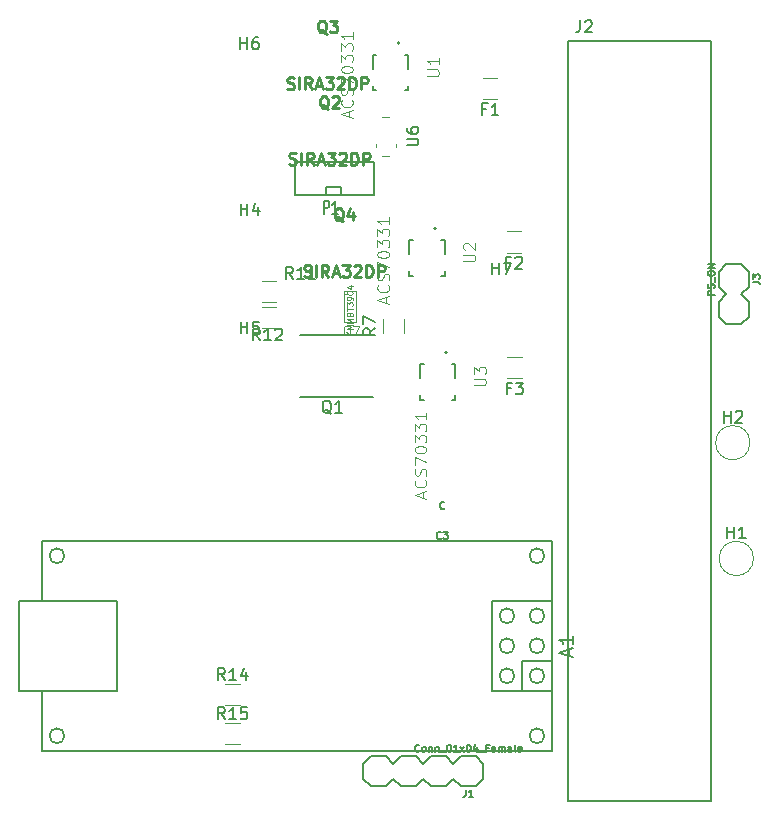
<source format=gbr>
G04 #@! TF.GenerationSoftware,KiCad,Pcbnew,(5.0.1)-rc2*
G04 #@! TF.CreationDate,2018-11-18T14:41:54-07:00*
G04 #@! TF.ProjectId,PowerSupply,506F776572537570706C792E6B696361,rev?*
G04 #@! TF.SameCoordinates,Original*
G04 #@! TF.FileFunction,Legend,Top*
G04 #@! TF.FilePolarity,Positive*
%FSLAX46Y46*%
G04 Gerber Fmt 4.6, Leading zero omitted, Abs format (unit mm)*
G04 Created by KiCad (PCBNEW (5.0.1)-rc2) date 11/18/2018 2:41:54 PM*
%MOMM*%
%LPD*%
G01*
G04 APERTURE LIST*
%ADD10C,0.150000*%
%ADD11C,0.203200*%
%ADD12C,0.120000*%
%ADD13C,0.152400*%
%ADD14C,0.078740*%
%ADD15C,0.127000*%
%ADD16C,0.250190*%
%ADD17C,0.251460*%
%ADD18C,0.050000*%
%ADD19C,0.119380*%
%ADD20C,0.099060*%
G04 APERTURE END LIST*
D10*
G04 #@! TO.C,J2*
X231980000Y-151800000D02*
X231980000Y-87480000D01*
X244040000Y-151800000D02*
X231980000Y-151800000D01*
X244040000Y-87480000D02*
X244040000Y-151800000D01*
X231980000Y-87480000D02*
X244040000Y-87480000D01*
G04 #@! TO.C,A1*
X187410000Y-147590000D02*
X230590000Y-147590000D01*
X230590000Y-129810000D02*
X187410000Y-129810000D01*
X230590000Y-147590000D02*
X230590000Y-129810000D01*
X225510000Y-134890000D02*
X225510000Y-142510000D01*
X230590000Y-134890000D02*
X225510000Y-134890000D01*
X225510000Y-142510000D02*
X230590000Y-142510000D01*
X228050000Y-139970000D02*
X230590000Y-139970000D01*
X228050000Y-142510000D02*
X228050000Y-139970000D01*
X229955000Y-146320000D02*
G75*
G03X229955000Y-146320000I-635000J0D01*
G01*
X229955000Y-131080000D02*
G75*
G03X229955000Y-131080000I-635000J0D01*
G01*
X189315000Y-146320000D02*
G75*
G03X189315000Y-146320000I-635000J0D01*
G01*
X189315000Y-131080000D02*
G75*
G03X189315000Y-131080000I-635000J0D01*
G01*
X229955000Y-141240000D02*
G75*
G03X229955000Y-141240000I-635000J0D01*
G01*
X227415000Y-141240000D02*
G75*
G03X227415000Y-141240000I-635000J0D01*
G01*
X227415000Y-138700000D02*
G75*
G03X227415000Y-138700000I-635000J0D01*
G01*
X227415000Y-136160000D02*
G75*
G03X227415000Y-136160000I-635000J0D01*
G01*
X229955000Y-136160000D02*
G75*
G03X229955000Y-136160000I-635000J0D01*
G01*
X229955000Y-138700000D02*
G75*
G03X229955000Y-138700000I-635000J0D01*
G01*
X193760000Y-142510000D02*
X185505000Y-142510000D01*
X193760000Y-134890000D02*
X193760000Y-142510000D01*
X185505000Y-134890000D02*
X193760000Y-134890000D01*
X185505000Y-142510000D02*
X185505000Y-134890000D01*
X187410000Y-147590000D02*
X187410000Y-142510000D01*
X187410000Y-134890000D02*
X187410000Y-129810000D01*
G04 #@! TO.C,Q1*
X215450000Y-117600000D02*
X209250000Y-117600000D01*
X214750000Y-112400000D02*
X209250000Y-112400000D01*
D11*
G04 #@! TO.C,J1*
X216515000Y-150570000D02*
X215245000Y-150570000D01*
X215245000Y-150570000D02*
X214610000Y-149935000D01*
X214610000Y-148665000D02*
X215245000Y-148030000D01*
X219690000Y-149935000D02*
X219055000Y-150570000D01*
X219055000Y-150570000D02*
X217785000Y-150570000D01*
X217785000Y-150570000D02*
X217150000Y-149935000D01*
X217150000Y-148665000D02*
X217785000Y-148030000D01*
X217785000Y-148030000D02*
X219055000Y-148030000D01*
X219055000Y-148030000D02*
X219690000Y-148665000D01*
X216515000Y-150570000D02*
X217150000Y-149935000D01*
X217150000Y-148665000D02*
X216515000Y-148030000D01*
X215245000Y-148030000D02*
X216515000Y-148030000D01*
X224135000Y-150570000D02*
X222865000Y-150570000D01*
X222865000Y-150570000D02*
X222230000Y-149935000D01*
X222230000Y-148665000D02*
X222865000Y-148030000D01*
X222230000Y-149935000D02*
X221595000Y-150570000D01*
X221595000Y-150570000D02*
X220325000Y-150570000D01*
X220325000Y-150570000D02*
X219690000Y-149935000D01*
X219690000Y-148665000D02*
X220325000Y-148030000D01*
X220325000Y-148030000D02*
X221595000Y-148030000D01*
X221595000Y-148030000D02*
X222230000Y-148665000D01*
X224770000Y-149935000D02*
X224770000Y-148665000D01*
X224135000Y-150570000D02*
X224770000Y-149935000D01*
X224770000Y-148665000D02*
X224135000Y-148030000D01*
X222865000Y-148030000D02*
X224135000Y-148030000D01*
X214610000Y-149935000D02*
X214610000Y-148665000D01*
G04 #@! TO.C,J3*
X247270000Y-107025000D02*
X247270000Y-108295000D01*
X247270000Y-108295000D02*
X246635000Y-108930000D01*
X245365000Y-108930000D02*
X244730000Y-108295000D01*
X246635000Y-108930000D02*
X247270000Y-109565000D01*
X247270000Y-109565000D02*
X247270000Y-110835000D01*
X247270000Y-110835000D02*
X246635000Y-111470000D01*
X245365000Y-111470000D02*
X244730000Y-110835000D01*
X244730000Y-110835000D02*
X244730000Y-109565000D01*
X244730000Y-109565000D02*
X245365000Y-108930000D01*
X246635000Y-106390000D02*
X245365000Y-106390000D01*
X247270000Y-107025000D02*
X246635000Y-106390000D01*
X245365000Y-106390000D02*
X244730000Y-107025000D01*
X244730000Y-108295000D02*
X244730000Y-107025000D01*
X246635000Y-111470000D02*
X245365000Y-111470000D01*
D12*
G04 #@! TO.C,R7*
X216320000Y-112250000D02*
X216320000Y-111050000D01*
X218080000Y-111050000D02*
X218080000Y-112250000D01*
G04 #@! TO.C,R11*
X207250000Y-109580000D02*
X206050000Y-109580000D01*
X206050000Y-107820000D02*
X207250000Y-107820000D01*
G04 #@! TO.C,R12*
X207250000Y-111780000D02*
X206050000Y-111780000D01*
X206050000Y-110020000D02*
X207250000Y-110020000D01*
G04 #@! TO.C,R14*
X204150000Y-143680000D02*
X202950000Y-143680000D01*
X202950000Y-141920000D02*
X204150000Y-141920000D01*
G04 #@! TO.C,R15*
X202950000Y-145220000D02*
X204150000Y-145220000D01*
X204150000Y-146980000D02*
X202950000Y-146980000D01*
D13*
G04 #@! TO.C,U1*
X218116000Y-88670000D02*
X218416000Y-88670000D01*
X218416000Y-88670000D02*
X218416000Y-89870000D01*
X218416000Y-91270000D02*
X218416000Y-91670000D01*
X218416000Y-91670000D02*
X218116000Y-91670000D01*
X215716000Y-88670000D02*
X215416000Y-88670000D01*
X215416000Y-88670000D02*
X215416000Y-89870000D01*
X215416000Y-91270000D02*
X215416000Y-91670000D01*
X215416000Y-91670000D02*
X215716000Y-91670000D01*
D10*
X217691000Y-87670000D02*
G75*
G03X217691000Y-87670000I-75000J0D01*
G01*
G04 #@! TO.C,U2*
X220775000Y-103350000D02*
G75*
G03X220775000Y-103350000I-75000J0D01*
G01*
D13*
X218500000Y-107350000D02*
X218800000Y-107350000D01*
X218500000Y-106950000D02*
X218500000Y-107350000D01*
X218500000Y-104350000D02*
X218500000Y-105550000D01*
X218800000Y-104350000D02*
X218500000Y-104350000D01*
X221500000Y-107350000D02*
X221200000Y-107350000D01*
X221500000Y-106950000D02*
X221500000Y-107350000D01*
X221500000Y-104350000D02*
X221500000Y-105550000D01*
X221200000Y-104350000D02*
X221500000Y-104350000D01*
D14*
G04 #@! TO.C,Q7*
X213308730Y-108823980D02*
G75*
G03X213308730Y-108823980I-159070J0D01*
G01*
X214008180Y-111270000D02*
X212992180Y-111270000D01*
X214008180Y-108666500D02*
X212992180Y-108666500D01*
X212992180Y-111270000D02*
X212992180Y-108666500D01*
X214008180Y-108666500D02*
X214008180Y-111270000D01*
D12*
G04 #@! TO.C,U6*
X217381000Y-96217500D02*
X217381000Y-96442500D01*
X215681000Y-96217500D02*
X215681000Y-96442500D01*
X216231000Y-97192500D02*
X216831000Y-97192500D01*
X216231000Y-93942500D02*
X216831000Y-93942500D01*
G04 #@! TO.C,H1*
X247650000Y-131300000D02*
G75*
G03X247650000Y-131300000I-1450000J0D01*
G01*
G04 #@! TO.C,H2*
X247350000Y-121500000D02*
G75*
G03X247350000Y-121500000I-1450000J0D01*
G01*
D13*
G04 #@! TO.C,U3*
X222116000Y-114848000D02*
X222416000Y-114848000D01*
X222416000Y-114848000D02*
X222416000Y-116048000D01*
X222416000Y-117448000D02*
X222416000Y-117848000D01*
X222416000Y-117848000D02*
X222116000Y-117848000D01*
X219716000Y-114848000D02*
X219416000Y-114848000D01*
X219416000Y-114848000D02*
X219416000Y-116048000D01*
X219416000Y-117448000D02*
X219416000Y-117848000D01*
X219416000Y-117848000D02*
X219716000Y-117848000D01*
D10*
X221691000Y-113848000D02*
G75*
G03X221691000Y-113848000I-75000J0D01*
G01*
D12*
G04 #@! TO.C,F1*
X225951064Y-92410000D02*
X224746936Y-92410000D01*
X225951064Y-90590000D02*
X224746936Y-90590000D01*
G04 #@! TO.C,F2*
X227951064Y-103590000D02*
X226746936Y-103590000D01*
X227951064Y-105410000D02*
X226746936Y-105410000D01*
G04 #@! TO.C,F3*
X228018064Y-116058000D02*
X226813936Y-116058000D01*
X228018064Y-114238000D02*
X226813936Y-114238000D01*
D15*
G04 #@! TO.C,P1*
X211464420Y-100497380D02*
X211464420Y-99862380D01*
X211464420Y-99862380D02*
X212734420Y-99862380D01*
X212734420Y-99862380D02*
X212734420Y-100497380D01*
X208797420Y-100497380D02*
X208797420Y-97703380D01*
X208797420Y-97703380D02*
X215528420Y-97703380D01*
X215528420Y-97703380D02*
X215528420Y-100497380D01*
X215528420Y-100497380D02*
X208797420Y-100497380D01*
G04 #@! TO.C,J2*
D10*
X232966666Y-85752380D02*
X232966666Y-86466666D01*
X232919047Y-86609523D01*
X232823809Y-86704761D01*
X232680952Y-86752380D01*
X232585714Y-86752380D01*
X233395238Y-85847619D02*
X233442857Y-85800000D01*
X233538095Y-85752380D01*
X233776190Y-85752380D01*
X233871428Y-85800000D01*
X233919047Y-85847619D01*
X233966666Y-85942857D01*
X233966666Y-86038095D01*
X233919047Y-86180952D01*
X233347619Y-86752380D01*
X233966666Y-86752380D01*
G04 #@! TO.C,A1*
X232060000Y-139557142D02*
X232060000Y-138985714D01*
X232402857Y-139671428D02*
X231202857Y-139271428D01*
X232402857Y-138871428D01*
X232402857Y-137842857D02*
X232402857Y-138528571D01*
X232402857Y-138185714D02*
X231202857Y-138185714D01*
X231374285Y-138300000D01*
X231488571Y-138414285D01*
X231545714Y-138528571D01*
G04 #@! TO.C,Q1*
X211904761Y-119047619D02*
X211809523Y-119000000D01*
X211714285Y-118904761D01*
X211571428Y-118761904D01*
X211476190Y-118714285D01*
X211380952Y-118714285D01*
X211428571Y-118952380D02*
X211333333Y-118904761D01*
X211238095Y-118809523D01*
X211190476Y-118619047D01*
X211190476Y-118285714D01*
X211238095Y-118095238D01*
X211333333Y-118000000D01*
X211428571Y-117952380D01*
X211619047Y-117952380D01*
X211714285Y-118000000D01*
X211809523Y-118095238D01*
X211857142Y-118285714D01*
X211857142Y-118619047D01*
X211809523Y-118809523D01*
X211714285Y-118904761D01*
X211619047Y-118952380D01*
X211428571Y-118952380D01*
X212809523Y-118952380D02*
X212238095Y-118952380D01*
X212523809Y-118952380D02*
X212523809Y-117952380D01*
X212428571Y-118095238D01*
X212333333Y-118190476D01*
X212238095Y-118238095D01*
G04 #@! TO.C,C3*
D15*
X221199240Y-129587714D02*
X221170211Y-129616742D01*
X221083125Y-129645771D01*
X221025068Y-129645771D01*
X220937982Y-129616742D01*
X220879925Y-129558685D01*
X220850897Y-129500628D01*
X220821868Y-129384514D01*
X220821868Y-129297428D01*
X220850897Y-129181314D01*
X220879925Y-129123257D01*
X220937982Y-129065200D01*
X221025068Y-129036171D01*
X221083125Y-129036171D01*
X221170211Y-129065200D01*
X221199240Y-129094228D01*
X221402440Y-129036171D02*
X221779811Y-129036171D01*
X221576611Y-129268400D01*
X221663697Y-129268400D01*
X221721754Y-129297428D01*
X221750782Y-129326457D01*
X221779811Y-129384514D01*
X221779811Y-129529657D01*
X221750782Y-129587714D01*
X221721754Y-129616742D01*
X221663697Y-129645771D01*
X221489525Y-129645771D01*
X221431468Y-129616742D01*
X221402440Y-129587714D01*
X221489525Y-127047714D02*
X221460497Y-127076742D01*
X221373411Y-127105771D01*
X221315354Y-127105771D01*
X221228268Y-127076742D01*
X221170211Y-127018685D01*
X221141182Y-126960628D01*
X221112154Y-126844514D01*
X221112154Y-126757428D01*
X221141182Y-126641314D01*
X221170211Y-126583257D01*
X221228268Y-126525200D01*
X221315354Y-126496171D01*
X221373411Y-126496171D01*
X221460497Y-126525200D01*
X221489525Y-126554228D01*
G04 #@! TO.C,J1*
X223296800Y-150871171D02*
X223296800Y-151306600D01*
X223267771Y-151393685D01*
X223209714Y-151451742D01*
X223122628Y-151480771D01*
X223064571Y-151480771D01*
X223906400Y-151480771D02*
X223558057Y-151480771D01*
X223732228Y-151480771D02*
X223732228Y-150871171D01*
X223674171Y-150958257D01*
X223616114Y-151016314D01*
X223558057Y-151045342D01*
X219363428Y-147612714D02*
X219334400Y-147641742D01*
X219247314Y-147670771D01*
X219189257Y-147670771D01*
X219102171Y-147641742D01*
X219044114Y-147583685D01*
X219015085Y-147525628D01*
X218986057Y-147409514D01*
X218986057Y-147322428D01*
X219015085Y-147206314D01*
X219044114Y-147148257D01*
X219102171Y-147090200D01*
X219189257Y-147061171D01*
X219247314Y-147061171D01*
X219334400Y-147090200D01*
X219363428Y-147119228D01*
X219711771Y-147670771D02*
X219653714Y-147641742D01*
X219624685Y-147612714D01*
X219595657Y-147554657D01*
X219595657Y-147380485D01*
X219624685Y-147322428D01*
X219653714Y-147293400D01*
X219711771Y-147264371D01*
X219798857Y-147264371D01*
X219856914Y-147293400D01*
X219885942Y-147322428D01*
X219914971Y-147380485D01*
X219914971Y-147554657D01*
X219885942Y-147612714D01*
X219856914Y-147641742D01*
X219798857Y-147670771D01*
X219711771Y-147670771D01*
X220176228Y-147264371D02*
X220176228Y-147670771D01*
X220176228Y-147322428D02*
X220205257Y-147293400D01*
X220263314Y-147264371D01*
X220350400Y-147264371D01*
X220408457Y-147293400D01*
X220437485Y-147351457D01*
X220437485Y-147670771D01*
X220727771Y-147264371D02*
X220727771Y-147670771D01*
X220727771Y-147322428D02*
X220756800Y-147293400D01*
X220814857Y-147264371D01*
X220901942Y-147264371D01*
X220960000Y-147293400D01*
X220989028Y-147351457D01*
X220989028Y-147670771D01*
X221134171Y-147728828D02*
X221598628Y-147728828D01*
X221859885Y-147061171D02*
X221917942Y-147061171D01*
X221976000Y-147090200D01*
X222005028Y-147119228D01*
X222034057Y-147177285D01*
X222063085Y-147293400D01*
X222063085Y-147438542D01*
X222034057Y-147554657D01*
X222005028Y-147612714D01*
X221976000Y-147641742D01*
X221917942Y-147670771D01*
X221859885Y-147670771D01*
X221801828Y-147641742D01*
X221772800Y-147612714D01*
X221743771Y-147554657D01*
X221714742Y-147438542D01*
X221714742Y-147293400D01*
X221743771Y-147177285D01*
X221772800Y-147119228D01*
X221801828Y-147090200D01*
X221859885Y-147061171D01*
X222643657Y-147670771D02*
X222295314Y-147670771D01*
X222469485Y-147670771D02*
X222469485Y-147061171D01*
X222411428Y-147148257D01*
X222353371Y-147206314D01*
X222295314Y-147235342D01*
X222846857Y-147670771D02*
X223166171Y-147264371D01*
X222846857Y-147264371D02*
X223166171Y-147670771D01*
X223514514Y-147061171D02*
X223572571Y-147061171D01*
X223630628Y-147090200D01*
X223659657Y-147119228D01*
X223688685Y-147177285D01*
X223717714Y-147293400D01*
X223717714Y-147438542D01*
X223688685Y-147554657D01*
X223659657Y-147612714D01*
X223630628Y-147641742D01*
X223572571Y-147670771D01*
X223514514Y-147670771D01*
X223456457Y-147641742D01*
X223427428Y-147612714D01*
X223398400Y-147554657D01*
X223369371Y-147438542D01*
X223369371Y-147293400D01*
X223398400Y-147177285D01*
X223427428Y-147119228D01*
X223456457Y-147090200D01*
X223514514Y-147061171D01*
X224240228Y-147264371D02*
X224240228Y-147670771D01*
X224095085Y-147032142D02*
X223949942Y-147467571D01*
X224327314Y-147467571D01*
X224414400Y-147728828D02*
X224878857Y-147728828D01*
X225227200Y-147351457D02*
X225024000Y-147351457D01*
X225024000Y-147670771D02*
X225024000Y-147061171D01*
X225314285Y-147061171D01*
X225778742Y-147641742D02*
X225720685Y-147670771D01*
X225604571Y-147670771D01*
X225546514Y-147641742D01*
X225517485Y-147583685D01*
X225517485Y-147351457D01*
X225546514Y-147293400D01*
X225604571Y-147264371D01*
X225720685Y-147264371D01*
X225778742Y-147293400D01*
X225807771Y-147351457D01*
X225807771Y-147409514D01*
X225517485Y-147467571D01*
X226069028Y-147670771D02*
X226069028Y-147264371D01*
X226069028Y-147322428D02*
X226098057Y-147293400D01*
X226156114Y-147264371D01*
X226243200Y-147264371D01*
X226301257Y-147293400D01*
X226330285Y-147351457D01*
X226330285Y-147670771D01*
X226330285Y-147351457D02*
X226359314Y-147293400D01*
X226417371Y-147264371D01*
X226504457Y-147264371D01*
X226562514Y-147293400D01*
X226591542Y-147351457D01*
X226591542Y-147670771D01*
X227143085Y-147670771D02*
X227143085Y-147351457D01*
X227114057Y-147293400D01*
X227056000Y-147264371D01*
X226939885Y-147264371D01*
X226881828Y-147293400D01*
X227143085Y-147641742D02*
X227085028Y-147670771D01*
X226939885Y-147670771D01*
X226881828Y-147641742D01*
X226852800Y-147583685D01*
X226852800Y-147525628D01*
X226881828Y-147467571D01*
X226939885Y-147438542D01*
X227085028Y-147438542D01*
X227143085Y-147409514D01*
X227520457Y-147670771D02*
X227462400Y-147641742D01*
X227433371Y-147583685D01*
X227433371Y-147061171D01*
X227984914Y-147641742D02*
X227926857Y-147670771D01*
X227810742Y-147670771D01*
X227752685Y-147641742D01*
X227723657Y-147583685D01*
X227723657Y-147351457D01*
X227752685Y-147293400D01*
X227810742Y-147264371D01*
X227926857Y-147264371D01*
X227984914Y-147293400D01*
X228013942Y-147351457D01*
X228013942Y-147409514D01*
X227723657Y-147467571D01*
G04 #@! TO.C,J3*
X247571171Y-107863200D02*
X248006600Y-107863200D01*
X248093685Y-107892228D01*
X248151742Y-107950285D01*
X248180771Y-108037371D01*
X248180771Y-108095428D01*
X247571171Y-107630971D02*
X247571171Y-107253600D01*
X247803400Y-107456800D01*
X247803400Y-107369714D01*
X247832428Y-107311657D01*
X247861457Y-107282628D01*
X247919514Y-107253600D01*
X248064657Y-107253600D01*
X248122714Y-107282628D01*
X248151742Y-107311657D01*
X248180771Y-107369714D01*
X248180771Y-107543885D01*
X248151742Y-107601942D01*
X248122714Y-107630971D01*
X244370771Y-108980800D02*
X243761171Y-108980800D01*
X243761171Y-108748571D01*
X243790200Y-108690514D01*
X243819228Y-108661485D01*
X243877285Y-108632457D01*
X243964371Y-108632457D01*
X244022428Y-108661485D01*
X244051457Y-108690514D01*
X244080485Y-108748571D01*
X244080485Y-108980800D01*
X244341742Y-108400228D02*
X244370771Y-108313142D01*
X244370771Y-108168000D01*
X244341742Y-108109942D01*
X244312714Y-108080914D01*
X244254657Y-108051885D01*
X244196600Y-108051885D01*
X244138542Y-108080914D01*
X244109514Y-108109942D01*
X244080485Y-108168000D01*
X244051457Y-108284114D01*
X244022428Y-108342171D01*
X243993400Y-108371200D01*
X243935342Y-108400228D01*
X243877285Y-108400228D01*
X243819228Y-108371200D01*
X243790200Y-108342171D01*
X243761171Y-108284114D01*
X243761171Y-108138971D01*
X243790200Y-108051885D01*
X244428828Y-107935771D02*
X244428828Y-107471314D01*
X243761171Y-107210057D02*
X243761171Y-107093942D01*
X243790200Y-107035885D01*
X243848257Y-106977828D01*
X243964371Y-106948800D01*
X244167571Y-106948800D01*
X244283685Y-106977828D01*
X244341742Y-107035885D01*
X244370771Y-107093942D01*
X244370771Y-107210057D01*
X244341742Y-107268114D01*
X244283685Y-107326171D01*
X244167571Y-107355200D01*
X243964371Y-107355200D01*
X243848257Y-107326171D01*
X243790200Y-107268114D01*
X243761171Y-107210057D01*
X244370771Y-106687542D02*
X243761171Y-106687542D01*
X244370771Y-106339200D01*
X243761171Y-106339200D01*
G04 #@! TO.C,Q2*
D16*
X211667029Y-93252955D02*
X211571719Y-93205300D01*
X211476408Y-93109989D01*
X211333442Y-92967023D01*
X211238132Y-92919368D01*
X211142821Y-92919368D01*
X211190477Y-93157644D02*
X211095166Y-93109989D01*
X210999856Y-93014679D01*
X210952200Y-92824058D01*
X210952200Y-92490471D01*
X210999856Y-92299850D01*
X211095166Y-92204540D01*
X211190477Y-92156884D01*
X211381098Y-92156884D01*
X211476408Y-92204540D01*
X211571719Y-92299850D01*
X211619374Y-92490471D01*
X211619374Y-92824058D01*
X211571719Y-93014679D01*
X211476408Y-93109989D01*
X211381098Y-93157644D01*
X211190477Y-93157644D01*
X212000616Y-92252195D02*
X212048271Y-92204540D01*
X212143581Y-92156884D01*
X212381858Y-92156884D01*
X212477168Y-92204540D01*
X212524823Y-92252195D01*
X212572479Y-92347505D01*
X212572479Y-92442816D01*
X212524823Y-92585781D01*
X211952960Y-93157644D01*
X212572479Y-93157644D01*
D17*
D16*
X208354990Y-97910589D02*
X208497956Y-97958244D01*
X208736232Y-97958244D01*
X208831542Y-97910589D01*
X208879198Y-97862934D01*
X208926853Y-97767623D01*
X208926853Y-97672313D01*
X208879198Y-97577002D01*
X208831542Y-97529347D01*
X208736232Y-97481692D01*
X208545611Y-97434037D01*
X208450300Y-97386381D01*
X208402645Y-97338726D01*
X208354990Y-97243416D01*
X208354990Y-97148105D01*
X208402645Y-97052795D01*
X208450300Y-97005140D01*
X208545611Y-96957484D01*
X208783887Y-96957484D01*
X208926853Y-97005140D01*
X209355750Y-97958244D02*
X209355750Y-96957484D01*
X210404165Y-97958244D02*
X210070579Y-97481692D01*
X209832302Y-97958244D02*
X209832302Y-96957484D01*
X210213544Y-96957484D01*
X210308855Y-97005140D01*
X210356510Y-97052795D01*
X210404165Y-97148105D01*
X210404165Y-97291071D01*
X210356510Y-97386381D01*
X210308855Y-97434037D01*
X210213544Y-97481692D01*
X209832302Y-97481692D01*
X210785407Y-97672313D02*
X211261960Y-97672313D01*
X210690097Y-97958244D02*
X211023683Y-96957484D01*
X211357270Y-97958244D01*
X211595546Y-96957484D02*
X212215064Y-96957484D01*
X211881478Y-97338726D01*
X212024443Y-97338726D01*
X212119754Y-97386381D01*
X212167409Y-97434037D01*
X212215064Y-97529347D01*
X212215064Y-97767623D01*
X212167409Y-97862934D01*
X212119754Y-97910589D01*
X212024443Y-97958244D01*
X211738512Y-97958244D01*
X211643201Y-97910589D01*
X211595546Y-97862934D01*
X212596306Y-97052795D02*
X212643961Y-97005140D01*
X212739272Y-96957484D01*
X212977548Y-96957484D01*
X213072859Y-97005140D01*
X213120514Y-97052795D01*
X213168169Y-97148105D01*
X213168169Y-97243416D01*
X213120514Y-97386381D01*
X212548651Y-97958244D01*
X213168169Y-97958244D01*
X213597066Y-97958244D02*
X213597066Y-96957484D01*
X213835342Y-96957484D01*
X213978308Y-97005140D01*
X214073619Y-97100450D01*
X214121274Y-97195760D01*
X214168929Y-97386381D01*
X214168929Y-97529347D01*
X214121274Y-97719968D01*
X214073619Y-97815279D01*
X213978308Y-97910589D01*
X213835342Y-97958244D01*
X213597066Y-97958244D01*
X214597826Y-97958244D02*
X214597826Y-96957484D01*
X214979068Y-96957484D01*
X215074379Y-97005140D01*
X215122034Y-97052795D01*
X215169689Y-97148105D01*
X215169689Y-97291071D01*
X215122034Y-97386381D01*
X215074379Y-97434037D01*
X214979068Y-97481692D01*
X214597826Y-97481692D01*
D17*
G04 #@! TO.C,Q3*
D16*
X211504689Y-86856955D02*
X211409379Y-86809300D01*
X211314068Y-86713989D01*
X211171102Y-86571023D01*
X211075792Y-86523368D01*
X210980481Y-86523368D01*
X211028137Y-86761644D02*
X210932826Y-86713989D01*
X210837516Y-86618679D01*
X210789860Y-86428058D01*
X210789860Y-86094471D01*
X210837516Y-85903850D01*
X210932826Y-85808540D01*
X211028137Y-85760884D01*
X211218758Y-85760884D01*
X211314068Y-85808540D01*
X211409379Y-85903850D01*
X211457034Y-86094471D01*
X211457034Y-86428058D01*
X211409379Y-86618679D01*
X211314068Y-86713989D01*
X211218758Y-86761644D01*
X211028137Y-86761644D01*
X211790620Y-85760884D02*
X212410139Y-85760884D01*
X212076552Y-86142126D01*
X212219518Y-86142126D01*
X212314828Y-86189781D01*
X212362483Y-86237437D01*
X212410139Y-86332747D01*
X212410139Y-86571023D01*
X212362483Y-86666334D01*
X212314828Y-86713989D01*
X212219518Y-86761644D01*
X211933586Y-86761644D01*
X211838276Y-86713989D01*
X211790620Y-86666334D01*
D17*
D16*
X208192650Y-91514589D02*
X208335616Y-91562244D01*
X208573892Y-91562244D01*
X208669202Y-91514589D01*
X208716858Y-91466934D01*
X208764513Y-91371623D01*
X208764513Y-91276313D01*
X208716858Y-91181002D01*
X208669202Y-91133347D01*
X208573892Y-91085692D01*
X208383271Y-91038037D01*
X208287960Y-90990381D01*
X208240305Y-90942726D01*
X208192650Y-90847416D01*
X208192650Y-90752105D01*
X208240305Y-90656795D01*
X208287960Y-90609140D01*
X208383271Y-90561484D01*
X208621547Y-90561484D01*
X208764513Y-90609140D01*
X209193410Y-91562244D02*
X209193410Y-90561484D01*
X210241825Y-91562244D02*
X209908239Y-91085692D01*
X209669962Y-91562244D02*
X209669962Y-90561484D01*
X210051204Y-90561484D01*
X210146515Y-90609140D01*
X210194170Y-90656795D01*
X210241825Y-90752105D01*
X210241825Y-90895071D01*
X210194170Y-90990381D01*
X210146515Y-91038037D01*
X210051204Y-91085692D01*
X209669962Y-91085692D01*
X210623067Y-91276313D02*
X211099620Y-91276313D01*
X210527757Y-91562244D02*
X210861343Y-90561484D01*
X211194930Y-91562244D01*
X211433206Y-90561484D02*
X212052724Y-90561484D01*
X211719138Y-90942726D01*
X211862103Y-90942726D01*
X211957414Y-90990381D01*
X212005069Y-91038037D01*
X212052724Y-91133347D01*
X212052724Y-91371623D01*
X212005069Y-91466934D01*
X211957414Y-91514589D01*
X211862103Y-91562244D01*
X211576172Y-91562244D01*
X211480861Y-91514589D01*
X211433206Y-91466934D01*
X212433966Y-90656795D02*
X212481621Y-90609140D01*
X212576932Y-90561484D01*
X212815208Y-90561484D01*
X212910519Y-90609140D01*
X212958174Y-90656795D01*
X213005829Y-90752105D01*
X213005829Y-90847416D01*
X212958174Y-90990381D01*
X212386311Y-91562244D01*
X213005829Y-91562244D01*
X213434726Y-91562244D02*
X213434726Y-90561484D01*
X213673002Y-90561484D01*
X213815968Y-90609140D01*
X213911279Y-90704450D01*
X213958934Y-90799760D01*
X214006589Y-90990381D01*
X214006589Y-91133347D01*
X213958934Y-91323968D01*
X213911279Y-91419279D01*
X213815968Y-91514589D01*
X213673002Y-91562244D01*
X213434726Y-91562244D01*
X214435486Y-91562244D02*
X214435486Y-90561484D01*
X214816728Y-90561484D01*
X214912039Y-90609140D01*
X214959694Y-90656795D01*
X215007349Y-90752105D01*
X215007349Y-90895071D01*
X214959694Y-90990381D01*
X214912039Y-91038037D01*
X214816728Y-91085692D01*
X214435486Y-91085692D01*
D17*
G04 #@! TO.C,Q4*
D16*
X212923029Y-102756955D02*
X212827719Y-102709300D01*
X212732408Y-102613989D01*
X212589442Y-102471023D01*
X212494132Y-102423368D01*
X212398821Y-102423368D01*
X212446477Y-102661644D02*
X212351166Y-102613989D01*
X212255856Y-102518679D01*
X212208200Y-102328058D01*
X212208200Y-101994471D01*
X212255856Y-101803850D01*
X212351166Y-101708540D01*
X212446477Y-101660884D01*
X212637098Y-101660884D01*
X212732408Y-101708540D01*
X212827719Y-101803850D01*
X212875374Y-101994471D01*
X212875374Y-102328058D01*
X212827719Y-102518679D01*
X212732408Y-102613989D01*
X212637098Y-102661644D01*
X212446477Y-102661644D01*
X213733168Y-101994471D02*
X213733168Y-102661644D01*
X213494892Y-101613229D02*
X213256616Y-102328058D01*
X213876134Y-102328058D01*
D17*
D16*
X209610990Y-107414589D02*
X209753956Y-107462244D01*
X209992232Y-107462244D01*
X210087542Y-107414589D01*
X210135198Y-107366934D01*
X210182853Y-107271623D01*
X210182853Y-107176313D01*
X210135198Y-107081002D01*
X210087542Y-107033347D01*
X209992232Y-106985692D01*
X209801611Y-106938037D01*
X209706300Y-106890381D01*
X209658645Y-106842726D01*
X209610990Y-106747416D01*
X209610990Y-106652105D01*
X209658645Y-106556795D01*
X209706300Y-106509140D01*
X209801611Y-106461484D01*
X210039887Y-106461484D01*
X210182853Y-106509140D01*
X210611750Y-107462244D02*
X210611750Y-106461484D01*
X211660165Y-107462244D02*
X211326579Y-106985692D01*
X211088302Y-107462244D02*
X211088302Y-106461484D01*
X211469544Y-106461484D01*
X211564855Y-106509140D01*
X211612510Y-106556795D01*
X211660165Y-106652105D01*
X211660165Y-106795071D01*
X211612510Y-106890381D01*
X211564855Y-106938037D01*
X211469544Y-106985692D01*
X211088302Y-106985692D01*
X212041407Y-107176313D02*
X212517960Y-107176313D01*
X211946097Y-107462244D02*
X212279683Y-106461484D01*
X212613270Y-107462244D01*
X212851546Y-106461484D02*
X213471064Y-106461484D01*
X213137478Y-106842726D01*
X213280443Y-106842726D01*
X213375754Y-106890381D01*
X213423409Y-106938037D01*
X213471064Y-107033347D01*
X213471064Y-107271623D01*
X213423409Y-107366934D01*
X213375754Y-107414589D01*
X213280443Y-107462244D01*
X212994512Y-107462244D01*
X212899201Y-107414589D01*
X212851546Y-107366934D01*
X213852306Y-106556795D02*
X213899961Y-106509140D01*
X213995272Y-106461484D01*
X214233548Y-106461484D01*
X214328859Y-106509140D01*
X214376514Y-106556795D01*
X214424169Y-106652105D01*
X214424169Y-106747416D01*
X214376514Y-106890381D01*
X213804651Y-107462244D01*
X214424169Y-107462244D01*
X214853066Y-107462244D02*
X214853066Y-106461484D01*
X215091342Y-106461484D01*
X215234308Y-106509140D01*
X215329619Y-106604450D01*
X215377274Y-106699760D01*
X215424929Y-106890381D01*
X215424929Y-107033347D01*
X215377274Y-107223968D01*
X215329619Y-107319279D01*
X215234308Y-107414589D01*
X215091342Y-107462244D01*
X214853066Y-107462244D01*
X215853826Y-107462244D02*
X215853826Y-106461484D01*
X216235068Y-106461484D01*
X216330379Y-106509140D01*
X216378034Y-106556795D01*
X216425689Y-106652105D01*
X216425689Y-106795071D01*
X216378034Y-106890381D01*
X216330379Y-106938037D01*
X216235068Y-106985692D01*
X215853826Y-106985692D01*
D17*
G04 #@! TO.C,R7*
D10*
X215620380Y-111816666D02*
X215144190Y-112150000D01*
X215620380Y-112388095D02*
X214620380Y-112388095D01*
X214620380Y-112007142D01*
X214668000Y-111911904D01*
X214715619Y-111864285D01*
X214810857Y-111816666D01*
X214953714Y-111816666D01*
X215048952Y-111864285D01*
X215096571Y-111911904D01*
X215144190Y-112007142D01*
X215144190Y-112388095D01*
X214620380Y-111483333D02*
X214620380Y-110816666D01*
X215620380Y-111245238D01*
G04 #@! TO.C,R11*
X208657142Y-107628380D02*
X208323809Y-107152190D01*
X208085714Y-107628380D02*
X208085714Y-106628380D01*
X208466666Y-106628380D01*
X208561904Y-106676000D01*
X208609523Y-106723619D01*
X208657142Y-106818857D01*
X208657142Y-106961714D01*
X208609523Y-107056952D01*
X208561904Y-107104571D01*
X208466666Y-107152190D01*
X208085714Y-107152190D01*
X209609523Y-107628380D02*
X209038095Y-107628380D01*
X209323809Y-107628380D02*
X209323809Y-106628380D01*
X209228571Y-106771238D01*
X209133333Y-106866476D01*
X209038095Y-106914095D01*
X210561904Y-107628380D02*
X209990476Y-107628380D01*
X210276190Y-107628380D02*
X210276190Y-106628380D01*
X210180952Y-106771238D01*
X210085714Y-106866476D01*
X209990476Y-106914095D01*
G04 #@! TO.C,R12*
X205842143Y-112842381D02*
X205508810Y-112366191D01*
X205270715Y-112842381D02*
X205270715Y-111842381D01*
X205651667Y-111842381D01*
X205746905Y-111890001D01*
X205794524Y-111937620D01*
X205842143Y-112032858D01*
X205842143Y-112175715D01*
X205794524Y-112270953D01*
X205746905Y-112318572D01*
X205651667Y-112366191D01*
X205270715Y-112366191D01*
X206794524Y-112842381D02*
X206223096Y-112842381D01*
X206508810Y-112842381D02*
X206508810Y-111842381D01*
X206413572Y-111985239D01*
X206318334Y-112080477D01*
X206223096Y-112128096D01*
X207175477Y-111937620D02*
X207223096Y-111890001D01*
X207318334Y-111842381D01*
X207556429Y-111842381D01*
X207651667Y-111890001D01*
X207699286Y-111937620D01*
X207746905Y-112032858D01*
X207746905Y-112128096D01*
X207699286Y-112270953D01*
X207127858Y-112842381D01*
X207746905Y-112842381D01*
G04 #@! TO.C,R14*
X202907142Y-141602380D02*
X202573809Y-141126190D01*
X202335714Y-141602380D02*
X202335714Y-140602380D01*
X202716666Y-140602380D01*
X202811904Y-140650000D01*
X202859523Y-140697619D01*
X202907142Y-140792857D01*
X202907142Y-140935714D01*
X202859523Y-141030952D01*
X202811904Y-141078571D01*
X202716666Y-141126190D01*
X202335714Y-141126190D01*
X203859523Y-141602380D02*
X203288095Y-141602380D01*
X203573809Y-141602380D02*
X203573809Y-140602380D01*
X203478571Y-140745238D01*
X203383333Y-140840476D01*
X203288095Y-140888095D01*
X204716666Y-140935714D02*
X204716666Y-141602380D01*
X204478571Y-140554761D02*
X204240476Y-141269047D01*
X204859523Y-141269047D01*
G04 #@! TO.C,R15*
X202907142Y-144902380D02*
X202573809Y-144426190D01*
X202335714Y-144902380D02*
X202335714Y-143902380D01*
X202716666Y-143902380D01*
X202811904Y-143950000D01*
X202859523Y-143997619D01*
X202907142Y-144092857D01*
X202907142Y-144235714D01*
X202859523Y-144330952D01*
X202811904Y-144378571D01*
X202716666Y-144426190D01*
X202335714Y-144426190D01*
X203859523Y-144902380D02*
X203288095Y-144902380D01*
X203573809Y-144902380D02*
X203573809Y-143902380D01*
X203478571Y-144045238D01*
X203383333Y-144140476D01*
X203288095Y-144188095D01*
X204764285Y-143902380D02*
X204288095Y-143902380D01*
X204240476Y-144378571D01*
X204288095Y-144330952D01*
X204383333Y-144283333D01*
X204621428Y-144283333D01*
X204716666Y-144330952D01*
X204764285Y-144378571D01*
X204811904Y-144473809D01*
X204811904Y-144711904D01*
X204764285Y-144807142D01*
X204716666Y-144854761D01*
X204621428Y-144902380D01*
X204383333Y-144902380D01*
X204288095Y-144854761D01*
X204240476Y-144807142D01*
G04 #@! TO.C,U1*
D18*
X220008851Y-90472443D02*
X220819808Y-90472443D01*
X220915215Y-90424740D01*
X220962918Y-90377036D01*
X221010621Y-90281630D01*
X221010621Y-90090816D01*
X220962918Y-89995410D01*
X220915215Y-89947706D01*
X220819808Y-89900003D01*
X220008851Y-89900003D01*
X221010621Y-88898233D02*
X221010621Y-89470673D01*
X221010621Y-89184453D02*
X220008851Y-89184453D01*
X220151961Y-89279860D01*
X220247368Y-89375266D01*
X220295071Y-89470673D01*
X213441111Y-93947363D02*
X213441111Y-93470272D01*
X213727365Y-94042781D02*
X212725475Y-93708817D01*
X213727365Y-93374854D01*
X213631947Y-92468382D02*
X213679656Y-92516091D01*
X213727365Y-92659218D01*
X213727365Y-92754636D01*
X213679656Y-92897764D01*
X213584238Y-92993182D01*
X213488820Y-93040891D01*
X213297984Y-93088600D01*
X213154857Y-93088600D01*
X212964021Y-93040891D01*
X212868603Y-92993182D01*
X212773185Y-92897764D01*
X212725475Y-92754636D01*
X212725475Y-92659218D01*
X212773185Y-92516091D01*
X212820894Y-92468382D01*
X213679656Y-92086710D02*
X213727365Y-91943583D01*
X213727365Y-91705037D01*
X213679656Y-91609619D01*
X213631947Y-91561910D01*
X213536529Y-91514201D01*
X213441111Y-91514201D01*
X213345693Y-91561910D01*
X213297984Y-91609619D01*
X213250275Y-91705037D01*
X213202566Y-91895874D01*
X213154857Y-91991292D01*
X213107148Y-92039001D01*
X213011730Y-92086710D01*
X212916312Y-92086710D01*
X212820894Y-92039001D01*
X212773185Y-91991292D01*
X212725475Y-91895874D01*
X212725475Y-91657328D01*
X212773185Y-91514201D01*
X212725475Y-91180238D02*
X212725475Y-90512311D01*
X213727365Y-90941693D01*
X212725475Y-89939803D02*
X212725475Y-89844385D01*
X212773185Y-89748966D01*
X212820894Y-89701257D01*
X212916312Y-89653548D01*
X213107148Y-89605839D01*
X213345693Y-89605839D01*
X213536529Y-89653548D01*
X213631947Y-89701257D01*
X213679656Y-89748966D01*
X213727365Y-89844385D01*
X213727365Y-89939803D01*
X213679656Y-90035221D01*
X213631947Y-90082930D01*
X213536529Y-90130639D01*
X213345693Y-90178348D01*
X213107148Y-90178348D01*
X212916312Y-90130639D01*
X212820894Y-90082930D01*
X212773185Y-90035221D01*
X212725475Y-89939803D01*
X212725475Y-89271876D02*
X212725475Y-88651658D01*
X213107148Y-88985622D01*
X213107148Y-88842495D01*
X213154857Y-88747076D01*
X213202566Y-88699367D01*
X213297984Y-88651658D01*
X213536529Y-88651658D01*
X213631947Y-88699367D01*
X213679656Y-88747076D01*
X213727365Y-88842495D01*
X213727365Y-89128749D01*
X213679656Y-89224167D01*
X213631947Y-89271876D01*
X212725475Y-88317695D02*
X212725475Y-87697477D01*
X213107148Y-88031441D01*
X213107148Y-87888314D01*
X213154857Y-87792895D01*
X213202566Y-87745186D01*
X213297984Y-87697477D01*
X213536529Y-87697477D01*
X213631947Y-87745186D01*
X213679656Y-87792895D01*
X213727365Y-87888314D01*
X213727365Y-88174568D01*
X213679656Y-88269986D01*
X213631947Y-88317695D01*
X213727365Y-86743296D02*
X213727365Y-87315805D01*
X213727365Y-87029551D02*
X212725475Y-87029551D01*
X212868603Y-87124969D01*
X212964021Y-87220387D01*
X213011730Y-87315805D01*
G04 #@! TO.C,U2*
X223092851Y-106152443D02*
X223903808Y-106152443D01*
X223999215Y-106104740D01*
X224046918Y-106057036D01*
X224094621Y-105961630D01*
X224094621Y-105770816D01*
X224046918Y-105675410D01*
X223999215Y-105627706D01*
X223903808Y-105580003D01*
X223092851Y-105580003D01*
X223188258Y-105150673D02*
X223140555Y-105102970D01*
X223092851Y-105007563D01*
X223092851Y-104769046D01*
X223140555Y-104673640D01*
X223188258Y-104625936D01*
X223283665Y-104578233D01*
X223379071Y-104578233D01*
X223522181Y-104625936D01*
X224094621Y-105198376D01*
X224094621Y-104578233D01*
X216525111Y-109627363D02*
X216525111Y-109150272D01*
X216811365Y-109722781D02*
X215809475Y-109388817D01*
X216811365Y-109054854D01*
X216715947Y-108148382D02*
X216763656Y-108196091D01*
X216811365Y-108339218D01*
X216811365Y-108434636D01*
X216763656Y-108577764D01*
X216668238Y-108673182D01*
X216572820Y-108720891D01*
X216381984Y-108768600D01*
X216238857Y-108768600D01*
X216048021Y-108720891D01*
X215952603Y-108673182D01*
X215857185Y-108577764D01*
X215809475Y-108434636D01*
X215809475Y-108339218D01*
X215857185Y-108196091D01*
X215904894Y-108148382D01*
X216763656Y-107766710D02*
X216811365Y-107623583D01*
X216811365Y-107385037D01*
X216763656Y-107289619D01*
X216715947Y-107241910D01*
X216620529Y-107194201D01*
X216525111Y-107194201D01*
X216429693Y-107241910D01*
X216381984Y-107289619D01*
X216334275Y-107385037D01*
X216286566Y-107575874D01*
X216238857Y-107671292D01*
X216191148Y-107719001D01*
X216095730Y-107766710D01*
X216000312Y-107766710D01*
X215904894Y-107719001D01*
X215857185Y-107671292D01*
X215809475Y-107575874D01*
X215809475Y-107337328D01*
X215857185Y-107194201D01*
X215809475Y-106860238D02*
X215809475Y-106192311D01*
X216811365Y-106621693D01*
X215809475Y-105619803D02*
X215809475Y-105524385D01*
X215857185Y-105428966D01*
X215904894Y-105381257D01*
X216000312Y-105333548D01*
X216191148Y-105285839D01*
X216429693Y-105285839D01*
X216620529Y-105333548D01*
X216715947Y-105381257D01*
X216763656Y-105428966D01*
X216811365Y-105524385D01*
X216811365Y-105619803D01*
X216763656Y-105715221D01*
X216715947Y-105762930D01*
X216620529Y-105810639D01*
X216429693Y-105858348D01*
X216191148Y-105858348D01*
X216000312Y-105810639D01*
X215904894Y-105762930D01*
X215857185Y-105715221D01*
X215809475Y-105619803D01*
X215809475Y-104951876D02*
X215809475Y-104331658D01*
X216191148Y-104665622D01*
X216191148Y-104522495D01*
X216238857Y-104427076D01*
X216286566Y-104379367D01*
X216381984Y-104331658D01*
X216620529Y-104331658D01*
X216715947Y-104379367D01*
X216763656Y-104427076D01*
X216811365Y-104522495D01*
X216811365Y-104808749D01*
X216763656Y-104904167D01*
X216715947Y-104951876D01*
X215809475Y-103997695D02*
X215809475Y-103377477D01*
X216191148Y-103711441D01*
X216191148Y-103568314D01*
X216238857Y-103472895D01*
X216286566Y-103425186D01*
X216381984Y-103377477D01*
X216620529Y-103377477D01*
X216715947Y-103425186D01*
X216763656Y-103472895D01*
X216811365Y-103568314D01*
X216811365Y-103854568D01*
X216763656Y-103949986D01*
X216715947Y-103997695D01*
X216811365Y-102423296D02*
X216811365Y-102995805D01*
X216811365Y-102709551D02*
X215809475Y-102709551D01*
X215952603Y-102804969D01*
X216048021Y-102900387D01*
X216095730Y-102995805D01*
G04 #@! TO.C,Q7*
D19*
X213526668Y-112416265D02*
X213454097Y-112379980D01*
X213381525Y-112307408D01*
X213272668Y-112198551D01*
X213200097Y-112162265D01*
X213127525Y-112162265D01*
X213163811Y-112343694D02*
X213091240Y-112307408D01*
X213018668Y-112234837D01*
X212982382Y-112089694D01*
X212982382Y-111835694D01*
X213018668Y-111690551D01*
X213091240Y-111617980D01*
X213163811Y-111581694D01*
X213308954Y-111581694D01*
X213381525Y-111617980D01*
X213454097Y-111690551D01*
X213490382Y-111835694D01*
X213490382Y-112089694D01*
X213454097Y-112234837D01*
X213381525Y-112307408D01*
X213308954Y-112343694D01*
X213163811Y-112343694D01*
X213744382Y-111581694D02*
X214252382Y-111581694D01*
X213925811Y-112343694D01*
D20*
X213726542Y-111910140D02*
X213226162Y-111910140D01*
X213583576Y-111743347D01*
X213226162Y-111576553D01*
X213726542Y-111576553D01*
X213726542Y-111338277D02*
X213226162Y-111338277D01*
X213583576Y-111171484D01*
X213226162Y-111004690D01*
X213726542Y-111004690D01*
X213464438Y-110599621D02*
X213488266Y-110528138D01*
X213512093Y-110504310D01*
X213559749Y-110480483D01*
X213631231Y-110480483D01*
X213678887Y-110504310D01*
X213702714Y-110528138D01*
X213726542Y-110575793D01*
X213726542Y-110766414D01*
X213226162Y-110766414D01*
X213226162Y-110599621D01*
X213249990Y-110551966D01*
X213273817Y-110528138D01*
X213321472Y-110504310D01*
X213369128Y-110504310D01*
X213416783Y-110528138D01*
X213440610Y-110551966D01*
X213464438Y-110599621D01*
X213464438Y-110766414D01*
X213226162Y-110337517D02*
X213226162Y-110051586D01*
X213726542Y-110194551D02*
X213226162Y-110194551D01*
X213226162Y-109932448D02*
X213226162Y-109622689D01*
X213416783Y-109789482D01*
X213416783Y-109717999D01*
X213440610Y-109670344D01*
X213464438Y-109646516D01*
X213512093Y-109622689D01*
X213631231Y-109622689D01*
X213678887Y-109646516D01*
X213702714Y-109670344D01*
X213726542Y-109717999D01*
X213726542Y-109860965D01*
X213702714Y-109908620D01*
X213678887Y-109932448D01*
X213726542Y-109384412D02*
X213726542Y-109289102D01*
X213702714Y-109241447D01*
X213678887Y-109217619D01*
X213607404Y-109169964D01*
X213512093Y-109146136D01*
X213321472Y-109146136D01*
X213273817Y-109169964D01*
X213249990Y-109193791D01*
X213226162Y-109241447D01*
X213226162Y-109336757D01*
X213249990Y-109384412D01*
X213273817Y-109408240D01*
X213321472Y-109432068D01*
X213440610Y-109432068D01*
X213488266Y-109408240D01*
X213512093Y-109384412D01*
X213535921Y-109336757D01*
X213535921Y-109241447D01*
X213512093Y-109193791D01*
X213488266Y-109169964D01*
X213440610Y-109146136D01*
X213226162Y-108836377D02*
X213226162Y-108788722D01*
X213249990Y-108741067D01*
X213273817Y-108717239D01*
X213321472Y-108693411D01*
X213416783Y-108669584D01*
X213535921Y-108669584D01*
X213631231Y-108693411D01*
X213678887Y-108717239D01*
X213702714Y-108741067D01*
X213726542Y-108788722D01*
X213726542Y-108836377D01*
X213702714Y-108884032D01*
X213678887Y-108907860D01*
X213631231Y-108931688D01*
X213535921Y-108955515D01*
X213416783Y-108955515D01*
X213321472Y-108931688D01*
X213273817Y-108907860D01*
X213249990Y-108884032D01*
X213226162Y-108836377D01*
X213392955Y-108240687D02*
X213726542Y-108240687D01*
X213202334Y-108359825D02*
X213559749Y-108478963D01*
X213559749Y-108169204D01*
G04 #@! TO.C,U6*
D10*
X218283380Y-96329404D02*
X219092904Y-96329404D01*
X219188142Y-96281785D01*
X219235761Y-96234166D01*
X219283380Y-96138928D01*
X219283380Y-95948452D01*
X219235761Y-95853214D01*
X219188142Y-95805595D01*
X219092904Y-95757976D01*
X218283380Y-95757976D01*
X218283380Y-94853214D02*
X218283380Y-95043690D01*
X218331000Y-95138928D01*
X218378619Y-95186547D01*
X218521476Y-95281785D01*
X218711952Y-95329404D01*
X219092904Y-95329404D01*
X219188142Y-95281785D01*
X219235761Y-95234166D01*
X219283380Y-95138928D01*
X219283380Y-94948452D01*
X219235761Y-94853214D01*
X219188142Y-94805595D01*
X219092904Y-94757976D01*
X218854809Y-94757976D01*
X218759571Y-94805595D01*
X218711952Y-94853214D01*
X218664333Y-94948452D01*
X218664333Y-95138928D01*
X218711952Y-95234166D01*
X218759571Y-95281785D01*
X218854809Y-95329404D01*
G04 #@! TO.C,H1*
X245438095Y-129604380D02*
X245438095Y-128604380D01*
X245438095Y-129080571D02*
X246009523Y-129080571D01*
X246009523Y-129604380D02*
X246009523Y-128604380D01*
X247009523Y-129604380D02*
X246438095Y-129604380D01*
X246723809Y-129604380D02*
X246723809Y-128604380D01*
X246628571Y-128747238D01*
X246533333Y-128842476D01*
X246438095Y-128890095D01*
G04 #@! TO.C,H2*
X245138095Y-119804380D02*
X245138095Y-118804380D01*
X245138095Y-119280571D02*
X245709523Y-119280571D01*
X245709523Y-119804380D02*
X245709523Y-118804380D01*
X246138095Y-118899619D02*
X246185714Y-118852000D01*
X246280952Y-118804380D01*
X246519047Y-118804380D01*
X246614285Y-118852000D01*
X246661904Y-118899619D01*
X246709523Y-118994857D01*
X246709523Y-119090095D01*
X246661904Y-119232952D01*
X246090476Y-119804380D01*
X246709523Y-119804380D01*
G04 #@! TO.C,U3*
D18*
X224008851Y-116650443D02*
X224819808Y-116650443D01*
X224915215Y-116602740D01*
X224962918Y-116555036D01*
X225010621Y-116459630D01*
X225010621Y-116268816D01*
X224962918Y-116173410D01*
X224915215Y-116125706D01*
X224819808Y-116078003D01*
X224008851Y-116078003D01*
X224008851Y-115696376D02*
X224008851Y-115076233D01*
X224390478Y-115410156D01*
X224390478Y-115267046D01*
X224438181Y-115171640D01*
X224485885Y-115123936D01*
X224581291Y-115076233D01*
X224819808Y-115076233D01*
X224915215Y-115123936D01*
X224962918Y-115171640D01*
X225010621Y-115267046D01*
X225010621Y-115553266D01*
X224962918Y-115648673D01*
X224915215Y-115696376D01*
X219682981Y-126150033D02*
X219682981Y-125672942D01*
X219969235Y-126245451D02*
X218967345Y-125911487D01*
X219969235Y-125577524D01*
X219873817Y-124671052D02*
X219921526Y-124718761D01*
X219969235Y-124861888D01*
X219969235Y-124957306D01*
X219921526Y-125100434D01*
X219826108Y-125195852D01*
X219730690Y-125243561D01*
X219539854Y-125291270D01*
X219396727Y-125291270D01*
X219205891Y-125243561D01*
X219110473Y-125195852D01*
X219015055Y-125100434D01*
X218967345Y-124957306D01*
X218967345Y-124861888D01*
X219015055Y-124718761D01*
X219062764Y-124671052D01*
X219921526Y-124289380D02*
X219969235Y-124146253D01*
X219969235Y-123907707D01*
X219921526Y-123812289D01*
X219873817Y-123764580D01*
X219778399Y-123716871D01*
X219682981Y-123716871D01*
X219587563Y-123764580D01*
X219539854Y-123812289D01*
X219492145Y-123907707D01*
X219444436Y-124098544D01*
X219396727Y-124193962D01*
X219349018Y-124241671D01*
X219253600Y-124289380D01*
X219158182Y-124289380D01*
X219062764Y-124241671D01*
X219015055Y-124193962D01*
X218967345Y-124098544D01*
X218967345Y-123859998D01*
X219015055Y-123716871D01*
X218967345Y-123382908D02*
X218967345Y-122714981D01*
X219969235Y-123144363D01*
X218967345Y-122142473D02*
X218967345Y-122047055D01*
X219015055Y-121951636D01*
X219062764Y-121903927D01*
X219158182Y-121856218D01*
X219349018Y-121808509D01*
X219587563Y-121808509D01*
X219778399Y-121856218D01*
X219873817Y-121903927D01*
X219921526Y-121951636D01*
X219969235Y-122047055D01*
X219969235Y-122142473D01*
X219921526Y-122237891D01*
X219873817Y-122285600D01*
X219778399Y-122333309D01*
X219587563Y-122381018D01*
X219349018Y-122381018D01*
X219158182Y-122333309D01*
X219062764Y-122285600D01*
X219015055Y-122237891D01*
X218967345Y-122142473D01*
X218967345Y-121474546D02*
X218967345Y-120854328D01*
X219349018Y-121188292D01*
X219349018Y-121045165D01*
X219396727Y-120949746D01*
X219444436Y-120902037D01*
X219539854Y-120854328D01*
X219778399Y-120854328D01*
X219873817Y-120902037D01*
X219921526Y-120949746D01*
X219969235Y-121045165D01*
X219969235Y-121331419D01*
X219921526Y-121426837D01*
X219873817Y-121474546D01*
X218967345Y-120520365D02*
X218967345Y-119900147D01*
X219349018Y-120234111D01*
X219349018Y-120090984D01*
X219396727Y-119995565D01*
X219444436Y-119947856D01*
X219539854Y-119900147D01*
X219778399Y-119900147D01*
X219873817Y-119947856D01*
X219921526Y-119995565D01*
X219969235Y-120090984D01*
X219969235Y-120377238D01*
X219921526Y-120472656D01*
X219873817Y-120520365D01*
X219969235Y-118945966D02*
X219969235Y-119518475D01*
X219969235Y-119232221D02*
X218967345Y-119232221D01*
X219110473Y-119327639D01*
X219205891Y-119423057D01*
X219253600Y-119518475D01*
G04 #@! TO.C,F1*
D10*
X225015666Y-93248571D02*
X224682333Y-93248571D01*
X224682333Y-93772380D02*
X224682333Y-92772380D01*
X225158523Y-92772380D01*
X226063285Y-93772380D02*
X225491857Y-93772380D01*
X225777571Y-93772380D02*
X225777571Y-92772380D01*
X225682333Y-92915238D01*
X225587095Y-93010476D01*
X225491857Y-93058095D01*
G04 #@! TO.C,F2*
X227015666Y-106248571D02*
X226682333Y-106248571D01*
X226682333Y-106772380D02*
X226682333Y-105772380D01*
X227158523Y-105772380D01*
X227491857Y-105867619D02*
X227539476Y-105820000D01*
X227634714Y-105772380D01*
X227872809Y-105772380D01*
X227968047Y-105820000D01*
X228015666Y-105867619D01*
X228063285Y-105962857D01*
X228063285Y-106058095D01*
X228015666Y-106200952D01*
X227444238Y-106772380D01*
X228063285Y-106772380D01*
G04 #@! TO.C,F3*
X227082666Y-116896571D02*
X226749333Y-116896571D01*
X226749333Y-117420380D02*
X226749333Y-116420380D01*
X227225523Y-116420380D01*
X227511238Y-116420380D02*
X228130285Y-116420380D01*
X227796952Y-116801333D01*
X227939809Y-116801333D01*
X228035047Y-116848952D01*
X228082666Y-116896571D01*
X228130285Y-116991809D01*
X228130285Y-117229904D01*
X228082666Y-117325142D01*
X228035047Y-117372761D01*
X227939809Y-117420380D01*
X227654095Y-117420380D01*
X227558857Y-117372761D01*
X227511238Y-117325142D01*
G04 #@! TO.C,H4*
X204238095Y-102252380D02*
X204238095Y-101252380D01*
X204238095Y-101728571D02*
X204809523Y-101728571D01*
X204809523Y-102252380D02*
X204809523Y-101252380D01*
X205714285Y-101585714D02*
X205714285Y-102252380D01*
X205476190Y-101204761D02*
X205238095Y-101919047D01*
X205857142Y-101919047D01*
G04 #@! TO.C,H5*
X204238095Y-112252380D02*
X204238095Y-111252380D01*
X204238095Y-111728571D02*
X204809523Y-111728571D01*
X204809523Y-112252380D02*
X204809523Y-111252380D01*
X205761904Y-111252380D02*
X205285714Y-111252380D01*
X205238095Y-111728571D01*
X205285714Y-111680952D01*
X205380952Y-111633333D01*
X205619047Y-111633333D01*
X205714285Y-111680952D01*
X205761904Y-111728571D01*
X205809523Y-111823809D01*
X205809523Y-112061904D01*
X205761904Y-112157142D01*
X205714285Y-112204761D01*
X205619047Y-112252380D01*
X205380952Y-112252380D01*
X205285714Y-112204761D01*
X205238095Y-112157142D01*
G04 #@! TO.C,H6*
X204216095Y-88184380D02*
X204216095Y-87184380D01*
X204216095Y-87660571D02*
X204787523Y-87660571D01*
X204787523Y-88184380D02*
X204787523Y-87184380D01*
X205692285Y-87184380D02*
X205501809Y-87184380D01*
X205406571Y-87232000D01*
X205358952Y-87279619D01*
X205263714Y-87422476D01*
X205216095Y-87612952D01*
X205216095Y-87993904D01*
X205263714Y-88089142D01*
X205311333Y-88136761D01*
X205406571Y-88184380D01*
X205597047Y-88184380D01*
X205692285Y-88136761D01*
X205739904Y-88089142D01*
X205787523Y-87993904D01*
X205787523Y-87755809D01*
X205739904Y-87660571D01*
X205692285Y-87612952D01*
X205597047Y-87565333D01*
X205406571Y-87565333D01*
X205311333Y-87612952D01*
X205263714Y-87660571D01*
X205216095Y-87755809D01*
G04 #@! TO.C,P1*
D15*
X211282991Y-102157451D02*
X211282991Y-101014451D01*
X211573277Y-101014451D01*
X211645848Y-101068880D01*
X211682134Y-101123308D01*
X211718420Y-101232165D01*
X211718420Y-101395451D01*
X211682134Y-101504308D01*
X211645848Y-101558737D01*
X211573277Y-101613165D01*
X211282991Y-101613165D01*
X212444134Y-102157451D02*
X212008705Y-102157451D01*
X212226420Y-102157451D02*
X212226420Y-101014451D01*
X212153848Y-101177737D01*
X212081277Y-101286594D01*
X212008705Y-101341022D01*
G04 #@! TO.C,H7*
D10*
X225538095Y-107252380D02*
X225538095Y-106252380D01*
X225538095Y-106728571D02*
X226109523Y-106728571D01*
X226109523Y-107252380D02*
X226109523Y-106252380D01*
X226490476Y-106252380D02*
X227157142Y-106252380D01*
X226728571Y-107252380D01*
G04 #@! TD*
M02*

</source>
